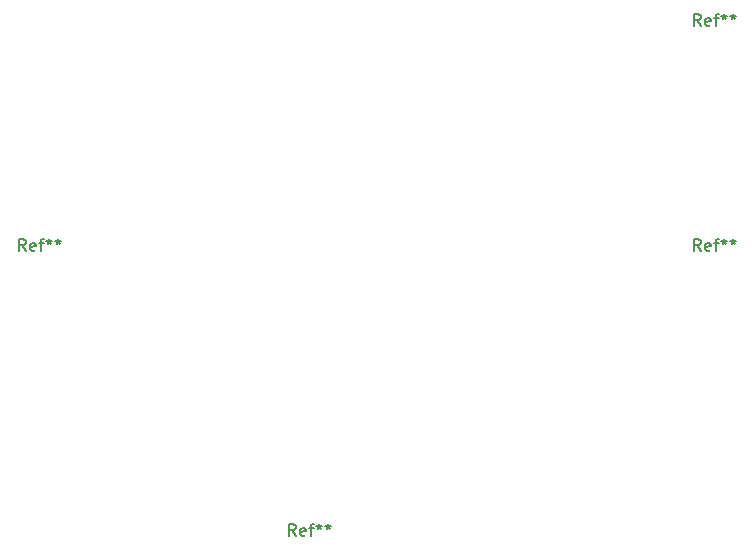
<source format=gbr>
%TF.GenerationSoftware,KiCad,Pcbnew,(6.0.10)*%
%TF.CreationDate,2023-03-05T22:19:41-08:00*%
%TF.ProjectId,tsbym-top_plate,74736279-6d2d-4746-9f70-5f706c617465,rev?*%
%TF.SameCoordinates,Original*%
%TF.FileFunction,Legend,Top*%
%TF.FilePolarity,Positive*%
%FSLAX46Y46*%
G04 Gerber Fmt 4.6, Leading zero omitted, Abs format (unit mm)*
G04 Created by KiCad (PCBNEW (6.0.10)) date 2023-03-05 22:19:41*
%MOMM*%
%LPD*%
G01*
G04 APERTURE LIST*
%ADD10C,0.150000*%
G04 APERTURE END LIST*
D10*
%TO.C,Ref\u002A\u002A*%
X188698333Y-80327380D02*
X188365000Y-79851190D01*
X188126904Y-80327380D02*
X188126904Y-79327380D01*
X188507857Y-79327380D01*
X188603095Y-79375000D01*
X188650714Y-79422619D01*
X188698333Y-79517857D01*
X188698333Y-79660714D01*
X188650714Y-79755952D01*
X188603095Y-79803571D01*
X188507857Y-79851190D01*
X188126904Y-79851190D01*
X189507857Y-80279761D02*
X189412619Y-80327380D01*
X189222142Y-80327380D01*
X189126904Y-80279761D01*
X189079285Y-80184523D01*
X189079285Y-79803571D01*
X189126904Y-79708333D01*
X189222142Y-79660714D01*
X189412619Y-79660714D01*
X189507857Y-79708333D01*
X189555476Y-79803571D01*
X189555476Y-79898809D01*
X189079285Y-79994047D01*
X189841190Y-79660714D02*
X190222142Y-79660714D01*
X189984047Y-80327380D02*
X189984047Y-79470238D01*
X190031666Y-79375000D01*
X190126904Y-79327380D01*
X190222142Y-79327380D01*
X190698333Y-79327380D02*
X190698333Y-79565476D01*
X190460238Y-79470238D02*
X190698333Y-79565476D01*
X190936428Y-79470238D01*
X190555476Y-79755952D02*
X190698333Y-79565476D01*
X190841190Y-79755952D01*
X191460238Y-79327380D02*
X191460238Y-79565476D01*
X191222142Y-79470238D02*
X191460238Y-79565476D01*
X191698333Y-79470238D01*
X191317380Y-79755952D02*
X191460238Y-79565476D01*
X191603095Y-79755952D01*
X154408333Y-123507380D02*
X154075000Y-123031190D01*
X153836904Y-123507380D02*
X153836904Y-122507380D01*
X154217857Y-122507380D01*
X154313095Y-122555000D01*
X154360714Y-122602619D01*
X154408333Y-122697857D01*
X154408333Y-122840714D01*
X154360714Y-122935952D01*
X154313095Y-122983571D01*
X154217857Y-123031190D01*
X153836904Y-123031190D01*
X155217857Y-123459761D02*
X155122619Y-123507380D01*
X154932142Y-123507380D01*
X154836904Y-123459761D01*
X154789285Y-123364523D01*
X154789285Y-122983571D01*
X154836904Y-122888333D01*
X154932142Y-122840714D01*
X155122619Y-122840714D01*
X155217857Y-122888333D01*
X155265476Y-122983571D01*
X155265476Y-123078809D01*
X154789285Y-123174047D01*
X155551190Y-122840714D02*
X155932142Y-122840714D01*
X155694047Y-123507380D02*
X155694047Y-122650238D01*
X155741666Y-122555000D01*
X155836904Y-122507380D01*
X155932142Y-122507380D01*
X156408333Y-122507380D02*
X156408333Y-122745476D01*
X156170238Y-122650238D02*
X156408333Y-122745476D01*
X156646428Y-122650238D01*
X156265476Y-122935952D02*
X156408333Y-122745476D01*
X156551190Y-122935952D01*
X157170238Y-122507380D02*
X157170238Y-122745476D01*
X156932142Y-122650238D02*
X157170238Y-122745476D01*
X157408333Y-122650238D01*
X157027380Y-122935952D02*
X157170238Y-122745476D01*
X157313095Y-122935952D01*
X131548333Y-99377380D02*
X131215000Y-98901190D01*
X130976904Y-99377380D02*
X130976904Y-98377380D01*
X131357857Y-98377380D01*
X131453095Y-98425000D01*
X131500714Y-98472619D01*
X131548333Y-98567857D01*
X131548333Y-98710714D01*
X131500714Y-98805952D01*
X131453095Y-98853571D01*
X131357857Y-98901190D01*
X130976904Y-98901190D01*
X132357857Y-99329761D02*
X132262619Y-99377380D01*
X132072142Y-99377380D01*
X131976904Y-99329761D01*
X131929285Y-99234523D01*
X131929285Y-98853571D01*
X131976904Y-98758333D01*
X132072142Y-98710714D01*
X132262619Y-98710714D01*
X132357857Y-98758333D01*
X132405476Y-98853571D01*
X132405476Y-98948809D01*
X131929285Y-99044047D01*
X132691190Y-98710714D02*
X133072142Y-98710714D01*
X132834047Y-99377380D02*
X132834047Y-98520238D01*
X132881666Y-98425000D01*
X132976904Y-98377380D01*
X133072142Y-98377380D01*
X133548333Y-98377380D02*
X133548333Y-98615476D01*
X133310238Y-98520238D02*
X133548333Y-98615476D01*
X133786428Y-98520238D01*
X133405476Y-98805952D02*
X133548333Y-98615476D01*
X133691190Y-98805952D01*
X134310238Y-98377380D02*
X134310238Y-98615476D01*
X134072142Y-98520238D02*
X134310238Y-98615476D01*
X134548333Y-98520238D01*
X134167380Y-98805952D02*
X134310238Y-98615476D01*
X134453095Y-98805952D01*
X188698333Y-99377380D02*
X188365000Y-98901190D01*
X188126904Y-99377380D02*
X188126904Y-98377380D01*
X188507857Y-98377380D01*
X188603095Y-98425000D01*
X188650714Y-98472619D01*
X188698333Y-98567857D01*
X188698333Y-98710714D01*
X188650714Y-98805952D01*
X188603095Y-98853571D01*
X188507857Y-98901190D01*
X188126904Y-98901190D01*
X189507857Y-99329761D02*
X189412619Y-99377380D01*
X189222142Y-99377380D01*
X189126904Y-99329761D01*
X189079285Y-99234523D01*
X189079285Y-98853571D01*
X189126904Y-98758333D01*
X189222142Y-98710714D01*
X189412619Y-98710714D01*
X189507857Y-98758333D01*
X189555476Y-98853571D01*
X189555476Y-98948809D01*
X189079285Y-99044047D01*
X189841190Y-98710714D02*
X190222142Y-98710714D01*
X189984047Y-99377380D02*
X189984047Y-98520238D01*
X190031666Y-98425000D01*
X190126904Y-98377380D01*
X190222142Y-98377380D01*
X190698333Y-98377380D02*
X190698333Y-98615476D01*
X190460238Y-98520238D02*
X190698333Y-98615476D01*
X190936428Y-98520238D01*
X190555476Y-98805952D02*
X190698333Y-98615476D01*
X190841190Y-98805952D01*
X191460238Y-98377380D02*
X191460238Y-98615476D01*
X191222142Y-98520238D02*
X191460238Y-98615476D01*
X191698333Y-98520238D01*
X191317380Y-98805952D02*
X191460238Y-98615476D01*
X191603095Y-98805952D01*
%TD*%
M02*

</source>
